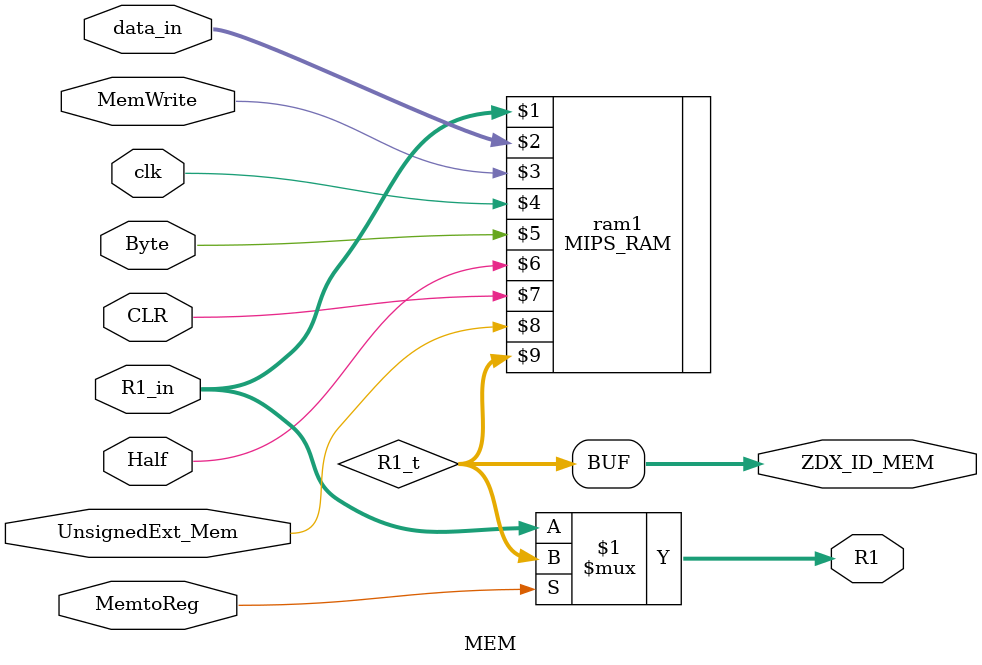
<source format=v>
`timescale 1ns / 1ps
module MEM(
    input [31:0] R1_in,
    input [31:0] data_in,
    input clk,
    input MemWrite,
    input MemtoReg,
    input UnsignedExt_Mem,
    input Byte,
    input Half,
    input CLR,
    
    output [31:0] R1,
    output [31:0] ZDX_ID_MEM
);
    wire [31:0] R1_t;
    MIPS_RAM ram1(R1_in, data_in, MemWrite, clk, Byte, Half, CLR, UnsignedExt_Mem, R1_t);
    assign R1 = MemtoReg ? R1_t : R1_in;
    assign ZDX_ID_MEM = R1_t;
endmodule // 

// module MIPS_RAM(
//     input [31:0] addr,
//     input [31:0] data_in,
//     input MemWrite,
//     input clk,
//     input Byte,
//     input Half,
//     input CLR,
//     input UnsignedExt_Mem,

//     output reg[31:0] data_out
// );
</source>
